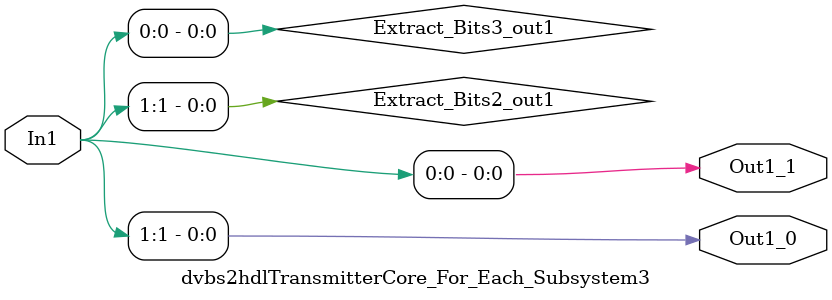
<source format=v>



`timescale 1 ns / 1 ns

module dvbs2hdlTransmitterCore_For_Each_Subsystem3
          (In1,
           Out1_0,
           Out1_1);


  input   [1:0] In1;  // ufix2
  output  Out1_0;  // ufix1
  output  Out1_1;  // ufix1


  wire Extract_Bits2_out1;  // ufix1
  wire Extract_Bits3_out1;  // ufix1


  assign Extract_Bits2_out1 = In1[1];



  assign Out1_0 = Extract_Bits2_out1;

  assign Extract_Bits3_out1 = In1[0];



  assign Out1_1 = Extract_Bits3_out1;

endmodule  // dvbs2hdlTransmitterCore_For_Each_Subsystem3


</source>
